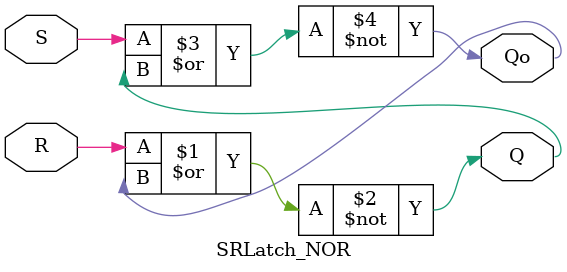
<source format=v>
module SRLatch_NOR(Qo, Q, R, S);
  input S, R;
  output reg Q, Qo;
  nor N1(Q, R, Qo);
  nor N2( Qo, S, Q);
endmodule
</source>
